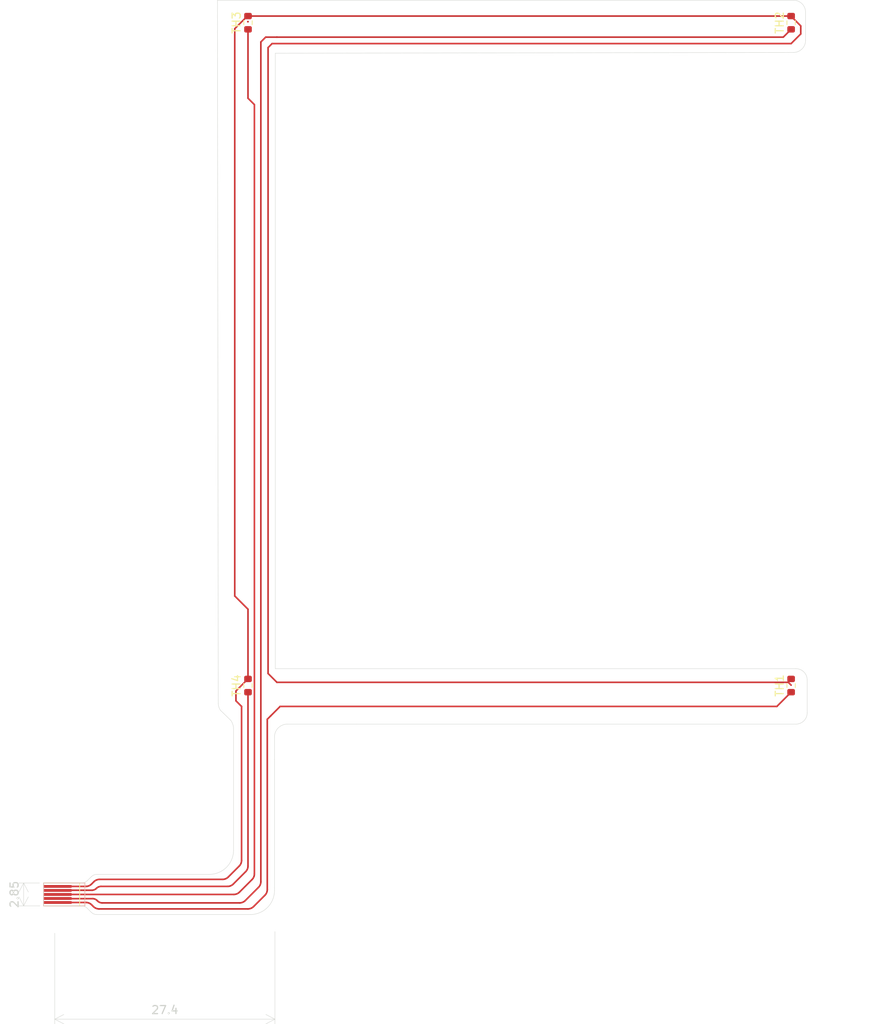
<source format=kicad_pcb>
(kicad_pcb (version 20241229) (generator "pcbnew") (generator_version "9.0")
  (layers (0 "F.Cu" signal) (2 "B.Cu" signal) (13 "F.Paste" user) (15 "B.Paste" user) (5 "F.SilkS" user "F.Silkscreen") (7 "B.SilkS" user "B.Silkscreen") (1 "F.Mask" user) (3 "B.Mask" user) (25 "Edge.Cuts" user))
  (net 0 "")
  (net 1 "/TH_B")
  (net 2 "/TH_C")
  (net 3 "/TH_D")
  (net 4 "/TH_A")
  (net 5 "GND")
  (footprint "Resistor_SMD:R_0603_1608Metric" (layer "F.Cu") (at 59.6 116.9 90)
    (property "Reference" "TH4" (at 0 -1.43 90) (layer "F.SilkS"))
    (property "Value" "Thermistor_US" (hide yes))
    (fp_line (start -0.237258 -0.5225) (end 0.237258 -0.5225) (stroke (width 0.12)) (layer "F.SilkS"))
    (fp_line (start -0.237258 0.5225) (end 0.237258 0.5225) (stroke (width 0.12)) (layer "F.SilkS"))
    (pad "1" smd roundrect (at -0.825 0 90) (size 0.8 0.95) (layers "F.Cu" "F.Mask" "F.Paste") (net 3 "/TH_D"))
    (pad "2" smd roundrect (at 0.825 0 90) (size 0.8 0.95) (layers "F.Cu" "F.Mask" "F.Paste") (net 5 "GND"))
  )
  (footprint "Resistor_SMD:R_0603_1608Metric" (layer "F.Cu") (at 127.2 34.4 90)
    (property "Reference" "TH2" (at 0 -1.43 90) (layer "F.SilkS"))
    (property "Value" "Thermistor_US" (hide yes))
    (fp_line (start -0.237258 -0.5225) (end 0.237258 -0.5225) (stroke (width 0.12)) (layer "F.SilkS"))
    (fp_line (start -0.237258 0.5225) (end 0.237258 0.5225) (stroke (width 0.12)) (layer "F.SilkS"))
    (pad "1" smd roundrect (at -0.825 0 90) (size 0.8 0.95) (layers "F.Cu" "F.Mask" "F.Paste") (net 1 "/TH_B"))
    (pad "2" smd roundrect (at 0.825 0 90) (size 0.8 0.95) (layers "F.Cu" "F.Mask" "F.Paste") (net 5 "GND"))
  )
  (footprint "Connector_TE-Connectivity:FPCB_TE_5_pin_Connector" (layer "F.Cu") (at 34.15 142.9 90)
    (property "Reference" "J1" (hide yes))
    (property "Value" "Conn_01x05_MountingPin" (hide yes))
    (fp_line (start -1.425 0.05) (end -1.425 4.5) (stroke (width 0.1)) (layer "F.SilkS"))
    (fp_line (start 1.425 4.5) (end 1.425 0.05) (stroke (width 0.1)) (layer "F.SilkS"))
    (fp_line (start -1.425 4.5) (end 1.425 4.5) (stroke (width 0.1)) (layer "F.SilkS"))
    (pad "1" smd roundrect (at -1 1.75 90) (size 0.35 3.5) (layers "F.Cu" "F.Mask" "F.Paste") (roundrect_rratio 0.15) (net 4 "/TH_A"))
    (pad "2" smd roundrect (at -0.5 1.75 90) (size 0.35 3.5) (layers "F.Cu" "F.Mask" "F.Paste") (roundrect_rratio 0.15) (net 1 "/TH_B"))
    (pad "3" smd roundrect (at 0 1.75 90) (size 0.35 3.5) (layers "F.Cu" "F.Mask" "F.Paste") (roundrect_rratio 0.15) (net 2 "/TH_C"))
    (pad "4" smd roundrect (at 0.5 1.75 90) (size 0.35 3.5) (layers "F.Cu" "F.Mask" "F.Paste") (roundrect_rratio 0.15) (net 3 "/TH_D"))
    (pad "5" smd roundrect (at 1 1.75 90) (size 0.35 3.5) (layers "F.Cu" "F.Mask" "F.Paste") (roundrect_rratio 0.15) (net 5 "GND"))
  )
  (footprint "Resistor_SMD:R_0603_1608Metric" (layer "F.Cu") (at 127.2 116.9 90)
    (property "Reference" "TH1" (at 0 -1.43 90) (layer "F.SilkS"))
    (property "Value" "Thermistor_US" (hide yes))
    (fp_line (start -0.237258 -0.5225) (end 0.237258 -0.5225) (stroke (width 0.12)) (layer "F.SilkS"))
    (fp_line (start -0.237258 0.5225) (end 0.237258 0.5225) (stroke (width 0.12)) (layer "F.SilkS"))
    (pad "1" smd roundrect (at -0.825 0 90) (size 0.8 0.95) (layers "F.Cu" "F.Mask" "F.Paste") (net 4 "/TH_A"))
    (pad "2" smd roundrect (at 0.825 0 90) (size 0.8 0.95) (layers "F.Cu" "F.Mask" "F.Paste") (net 5 "GND"))
  )
  (footprint "Resistor_SMD:R_0603_1608Metric" (layer "F.Cu") (at 59.6 34.4 90)
    (property "Reference" "TH3" (at 0 -1.43 90) (layer "F.SilkS"))
    (property "Value" "Thermistor_US" (hide yes))
    (fp_line (start -0.237258 -0.5225) (end 0.237258 -0.5225) (stroke (width 0.12)) (layer "F.SilkS"))
    (fp_line (start -0.237258 0.5225) (end 0.237258 0.5225) (stroke (width 0.12)) (layer "F.SilkS"))
    (pad "1" smd roundrect (at -0.825 0 90) (size 0.8 0.95) (layers "F.Cu" "F.Mask" "F.Paste") (net 2 "/TH_C"))
    (pad "2" smd roundrect (at 0.825 0 90) (size 0.8 0.95) (layers "F.Cu" "F.Mask" "F.Paste") (net 5 "GND"))
  )
  (gr_rect (start 34.15 141.475) (end 39.3 144.325) (stroke (width 0.1)) (fill no) (layer "B.SilkS"))
  (gr_line (start 129 36.602274) (end 129 33.10411) (stroke (width 0.05)) (layer "Edge.Cuts"))
  (gr_line (start 57.455744 121.22905) (end 56.186897 119.994482) (stroke (width 0.05)) (layer "Edge.Cuts"))
  (gr_line (start 62.9 142.1) (end 62.9 126.1) (stroke (width 0.05)) (layer "Edge.Cuts"))
  (gr_line (start 63 38.2) (end 127.502276 38.102273) (stroke (width 0.05)) (layer "Edge.Cuts"))
  (gr_line (start 40.807497 140.4) (end 54.8 140.4) (stroke (width 0.05)) (layer "Edge.Cuts"))
  (gr_arc (start 40.789214 145.4) (mid 40.406531 145.32388) (end 40.082107 145.107107) (stroke (width 0.05)) (layer "Edge.Cuts"))
  (gr_line (start 64.5 121.7) (end 73.1 121.7) (stroke (width 0.05)) (layer "Edge.Cuts"))
  (gr_line (start 127.495896 31.6) (end 55.8 31.6) (stroke (width 0.05)) (layer "Edge.Cuts"))
  (gr_arc (start 129.2 120.3) (mid 128.789949 121.289949) (end 127.8 121.7) (stroke (width 0.05)) (layer "Edge.Cuts"))
  (gr_line (start 34.15 141.475) (end 38.892504 141.475) (stroke (width 0.05)) (layer "Edge.Cuts"))
  (gr_arc (start 62.9 142.4) (mid 62.02132 144.52132) (end 59.9 145.4) (stroke (width 0.05)) (layer "Edge.Cuts"))
  (gr_line (start 39.592893 144.617893) (end 40.082107 145.107107) (stroke (width 0.05)) (layer "Edge.Cuts"))
  (gr_line (start 62.9 126.1) (end 62.9 123.3) (stroke (width 0.05)) (layer "Edge.Cuts"))
  (gr_arc (start 40.108564 140.684813) (mid 40.430129 140.473936) (end 40.807497 140.4) (stroke (width 0.05)) (layer "Edge.Cuts"))
  (gr_line (start 63 114.8) (end 63 38.2) (stroke (width 0.05)) (layer "Edge.Cuts"))
  (gr_line (start 38.885786 144.325) (end 34.15 144.325) (stroke (width 0.05)) (layer "Edge.Cuts"))
  (gr_line (start 55.8 31.6) (end 55.9 119.112224) (stroke (width 0.05)) (layer "Edge.Cuts"))
  (gr_line (start 127.8 114.8) (end 63 114.8) (stroke (width 0.05)) (layer "Edge.Cuts"))
  (gr_line (start 127.8 121.7) (end 73.1 121.7) (stroke (width 0.05)) (layer "Edge.Cuts"))
  (gr_arc (start 56.186896 119.994482) (mid 55.973519 119.576092) (end 55.9 119.112224) (stroke (width 0.05)) (layer "Edge.Cuts"))
  (gr_line (start 39.591437 141.190187) (end 40.108564 140.684813) (stroke (width 0.05)) (layer "Edge.Cuts"))
  (gr_arc (start 127.8 114.8) (mid 128.789949 115.210051) (end 129.2 116.2) (stroke (width 0.05)) (layer "Edge.Cuts"))
  (gr_line (start 34.15 144.325) (end 34.15 141.475) (stroke (width 0.05)) (layer "Edge.Cuts"))
  (gr_arc (start 129 36.602274) (mid 128.561474 37.662146) (end 127.502276 38.102273) (stroke (width 0.05)) (layer "Edge.Cuts"))
  (gr_arc (start 38.885786 144.325) (mid 39.268469 144.40112) (end 39.592893 144.617893) (stroke (width 0.05)) (layer "Edge.Cuts"))
  (gr_arc (start 62.9 123.3) (mid 63.368629 122.168629) (end 64.5 121.7) (stroke (width 0.05)) (layer "Edge.Cuts"))
  (gr_arc (start 57.455744 121.229048) (mid 57.71368 121.736941) (end 57.8 122.3) (stroke (width 0.05)) (layer "Edge.Cuts"))
  (gr_line (start 40.789214 145.4) (end 59.9 145.4) (stroke (width 0.05)) (layer "Edge.Cuts"))
  (gr_arc (start 127.495896 31.604115) (mid 128.559209 32.041999) (end 129 33.10411) (stroke (width 0.05)) (layer "Edge.Cuts"))
  (gr_line (start 62.9 142.4) (end 62.9 142.1) (stroke (width 0.05)) (layer "Edge.Cuts"))
  (gr_arc (start 39.591437 141.190187) (mid 39.269872 141.401063) (end 38.892504 141.475) (stroke (width 0.05)) (layer "Edge.Cuts"))
  (gr_line (start 129.2 116.2) (end 129.2 120.3) (stroke (width 0.05)) (layer "Edge.Cuts"))
  (gr_line (start 57.8 137.4) (end 57.8 122.3) (stroke (width 0.05)) (layer "Edge.Cuts"))
  (gr_arc (start 57.8 137.4) (mid 56.92132 139.52132) (end 54.8 140.4) (stroke (width 0.05)) (layer "Edge.Cuts"))
  (dimension (type orthogonal) (layer "Edge.Cuts") (pts (xy 34.15 141.475) (xy 34.2 144.325)) (height -2.475) (orientation 1) (format (prefix "") (suffix "") (units 3) (units_format 0) (precision 4) (suppress_zeroes yes)) (style (thickness 0.05) (arrow_length 1.27) (text_position_mode 0) (arrow_direction outward) (extension_height 0.58642) (extension_offset 0.5) (keep_text_aligned yes)) (gr_text "2.85" (at 30.525 142.9 90) (layer "Edge.Cuts") (effects (font (size 1 1) (thickness 0.15)))))
  (dimension (type orthogonal) (layer "Edge.Cuts") (pts (xy 62.95 147.017154) (xy 35.55 147.225)) (height 11.407846) (orientation 0) (format (prefix "") (suffix "") (units 3) (units_format 0) (precision 4) (suppress_zeroes yes)) (style (thickness 0.05) (arrow_length 1.27) (text_position_mode 0) (arrow_direction outward) (extension_height 0.58642) (extension_offset 0.5) (keep_text_aligned yes)) (gr_text "27.4" (at 49.25 157.275 0) (layer "Edge.Cuts") (effects (font (size 1 1) (thickness 0.15)))))
  (segment (start 37.2 143.4) (end 37.224 143.424) (width 0.2) (layer "F.Cu") (net 1))
  (segment (start 41.448471 143.95) (end 58.560786 143.95) (width 0.2) (layer "F.Cu") (net 1))
  (segment (start 63.198 36.2) (end 63.199 36.199) (width 0.2) (layer "F.Cu") (net 1))
  (segment (start 126.226 36.199) (end 127.2 35.225) (width 0.2) (layer "F.Cu") (net 1))
  (segment (start 40.825415 143.658315) (end 40.882786 143.715686) (width 0.2) (layer "F.Cu") (net 1))
  (segment (start 63.199 36.199) (end 126.226 36.199) (width 0.2) (layer "F.Cu") (net 1))
  (segment (start 61.2 141.310786) (end 61.2 36.8) (width 0.2) (layer "F.Cu") (net 1))
  (segment (start 61.8 36.2) (end 63.198 36.2) (width 0.2) (layer "F.Cu") (net 1))
  (segment (start 59.267893 143.657107) (end 60.907107 142.017893) (width 0.2) (layer "F.Cu") (net 1))
  (segment (start 37.224 143.424) (end 40.259729 143.424) (width 0.2) (layer "F.Cu") (net 1))
  (segment (start 61.2 36.8) (end 61.8 36.2) (width 0.2) (layer "F.Cu") (net 1))
  (arc (start 41.448471 143.95) (mid 41.142325 143.889104) (end 40.882786 143.715686) (width 0.2) (layer "F.Cu") (net 1))
  (arc (start 59.267893 143.657107) (mid 58.94347 143.87388) (end 58.560786 143.95) (width 0.2) (layer "F.Cu") (net 1))
  (arc (start 40.825415 143.658315) (mid 40.565876 143.484896) (end 40.259729 143.424) (width 0.2) (layer "F.Cu") (net 1))
  (arc (start 61.2 141.310786) (mid 61.12388 141.693469) (end 60.907107 142.017893) (width 0.2) (layer "F.Cu") (net 1))
  (segment (start 57.835786 142.9) (end 37.2 142.9) (width 0.2) (layer "F.Cu") (net 2))
  (segment (start 59.6 35.225) (end 59.6 43.8) (width 0.2) (layer "F.Cu") (net 2))
  (segment (start 59.6 43.8) (end 60.4 44.6) (width 0.2) (layer "F.Cu") (net 2))
  (segment (start 60.4 44.6) (end 60.4 140.335786) (width 0.2) (layer "F.Cu") (net 2))
  (segment (start 60.107107 141.042893) (end 58.542893 142.607107) (width 0.2) (layer "F.Cu") (net 2))
  (arc (start 57.835786 142.9) (mid 58.218469 142.82388) (end 58.542893 142.607107) (width 0.2) (layer "F.Cu") (net 2))
  (arc (start 60.4 140.335786) (mid 60.32388 140.718469) (end 60.107107 141.042893) (width 0.2) (layer "F.Cu") (net 2))
  (segment (start 37.2 142.4) (end 37.224 142.376) (width 0.2) (layer "F.Cu") (net 3))
  (segment (start 40.733315 142.141685) (end 40.740686 142.134314) (width 0.2) (layer "F.Cu") (net 3))
  (segment (start 57.767893 141.607107) (end 59.307107 140.067893) (width 0.2) (layer "F.Cu") (net 3))
  (segment (start 37.224 142.376) (end 40.167629 142.376) (width 0.2) (layer "F.Cu") (net 3))
  (segment (start 41.306371 141.9) (end 57.060786 141.9) (width 0.2) (layer "F.Cu") (net 3))
  (segment (start 59.6 139.360786) (end 59.6 117.7) (width 0.2) (layer "F.Cu") (net 3))
  (arc (start 41.306371 141.9) (mid 41.000225 141.960896) (end 40.740686 142.134314) (width 0.2) (layer "F.Cu") (net 3))
  (arc (start 57.060786 141.9) (mid 57.443469 141.82388) (end 57.767893 141.607107) (width 0.2) (layer "F.Cu") (net 3))
  (arc (start 59.6 139.360786) (mid 59.52388 139.743469) (end 59.307107 140.067893) (width 0.2) (layer "F.Cu") (net 3))
  (arc (start 40.167629 142.376) (mid 40.473776 142.315103) (end 40.733315 142.141685) (width 0.2) (layer "F.Cu") (net 3))
  (segment (start 37.2 143.9) (end 39.435786 143.9) (width 0.2) (layer "F.Cu") (net 4))
  (segment (start 40.142893 144.192893) (end 40.357107 144.407107) (width 0.2) (layer "F.Cu") (net 4))
  (segment (start 127.2 117.725) (end 125.425 119.5) (width 0.2) (layer "F.Cu") (net 4))
  (segment (start 41.064214 144.7) (end 59.592044 144.7) (width 0.2) (layer "F.Cu") (net 4))
  (segment (start 60.299151 144.407107) (end 61.707107 142.999151) (width 0.2) (layer "F.Cu") (net 4))
  (segment (start 62 142.292044) (end 62 121.1) (width 0.2) (layer "F.Cu") (net 4))
  (segment (start 125.425 119.5) (end 63.6 119.5) (width 0.2) (layer "F.Cu") (net 4))
  (segment (start 62 121.1) (end 62.45 120.65) (width 0.2) (layer "F.Cu") (net 4))
  (segment (start 63.6 119.5) (end 62.4 120.7) (width 0.2) (layer "F.Cu") (net 4))
  (arc (start 59.592044 144.7) (mid 59.974727 144.62388) (end 60.299151 144.407107) (width 0.2) (layer "F.Cu") (net 4))
  (arc (start 40.357107 144.407107) (mid 40.681531 144.62388) (end 41.064214 144.7) (width 0.2) (layer "F.Cu") (net 4))
  (arc (start 62 142.292044) (mid 61.92388 142.674727) (end 61.707107 142.999151) (width 0.2) (layer "F.Cu") (net 4))
  (arc (start 39.435786 143.9) (mid 39.818469 143.97612) (end 40.142893 144.192893) (width 0.2) (layer "F.Cu") (net 4))
  (segment (start 63.2 116.5) (end 126.85 116.5) (width 0.2) (layer "F.Cu") (net 5))
  (segment (start 59.6 116.075) (end 58.1 117.575) (width 0.2) (layer "F.Cu") (net 5))
  (segment (start 59.6 33.575) (end 127.2 33.575) (width 0.2) (layer "F.Cu") (net 5))
  (segment (start 58.8 119.5) (end 58.8 138.660786) (width 0.2) (layer "F.Cu") (net 5))
  (segment (start 58.507107 139.367893) (end 57.142893 140.732107) (width 0.2) (layer "F.Cu") (net 5))
  (segment (start 62.1 37.5) (end 62.1 115.4) (width 0.2) (layer "F.Cu") (net 5))
  (segment (start 58.1 118.8) (end 58.8 119.5) (width 0.2) (layer "F.Cu") (net 5))
  (segment (start 58.1 117.575) (end 58.1 118.8) (width 0.2) (layer "F.Cu") (net 5))
  (segment (start 127.2 37) (end 62.6 37) (width 0.2) (layer "F.Cu") (net 5))
  (segment (start 59.6 34.275) (end 59.6 34.25) (width 0.2) (layer "F.Cu") (net 5))
  (segment (start 59.6 107.4) (end 57.95 105.75) (width 0.2) (layer "F.Cu") (net 5))
  (segment (start 56.435786 141.025) (end 41.125357 141.025) (width 0.2) (layer "F.Cu") (net 5))
  (segment (start 57.95 105.75) (end 57.95 35.15) (width 0.2) (layer "F.Cu") (net 5))
  (segment (start 40.41825 141.317893) (end 40.129036 141.607107) (width 0.2) (layer "F.Cu") (net 5))
  (segment (start 59.575 34.275) (end 59.6 34.275) (width 0.2) (layer "F.Cu") (net 5))
  (segment (start 128.4 35.8) (end 127.2 37) (width 0.2) (layer "F.Cu") (net 5))
  (segment (start 127.2 33.6) (end 128.4 34.8) (width 0.2) (layer "F.Cu") (net 5))
  (segment (start 59.525 33.575) (end 59.6 33.575) (width 0.2) (layer "F.Cu") (net 5))
  (segment (start 59.6 116.075) (end 59.6 107.4) (width 0.2) (layer "F.Cu") (net 5))
  (segment (start 62.1 115.4) (end 63.2 116.5) (width 0.2) (layer "F.Cu") (net 5))
  (segment (start 62.6 37) (end 62.1 37.5) (width 0.2) (layer "F.Cu") (net 5))
  (segment (start 128.4 34.8) (end 128.4 35.8) (width 0.2) (layer "F.Cu") (net 5))
  (segment (start 39.421929 141.9) (end 37.2 141.9) (width 0.2) (layer "F.Cu") (net 5))
  (segment (start 126.85 116.5) (end 127.2 116.85) (width 0.2) (layer "F.Cu") (net 5))
  (segment (start 127.2 33.575) (end 127.2 33.6) (width 0.2) (layer "F.Cu") (net 5))
  (segment (start 57.95 35.15) (end 59.525 33.575) (width 0.2) (layer "F.Cu") (net 5))
  (arc (start 56.435786 141.025) (mid 56.818469 140.94888) (end 57.142893 140.732107) (width 0.2) (layer "F.Cu") (net 5))
  (arc (start 58.507107 139.367893) (mid 58.72388 139.04347) (end 58.8 138.660786) (width 0.2) (layer "F.Cu") (net 5))
  (arc (start 39.421929 141.9) (mid 39.804612 141.82388) (end 40.129036 141.607107) (width 0.2) (layer "F.Cu") (net 5))
  (arc (start 41.125357 141.025) (mid 40.742674 141.10112) (end 40.41825 141.317893) (width 0.2) (layer "F.Cu") (net 5))
)
</source>
